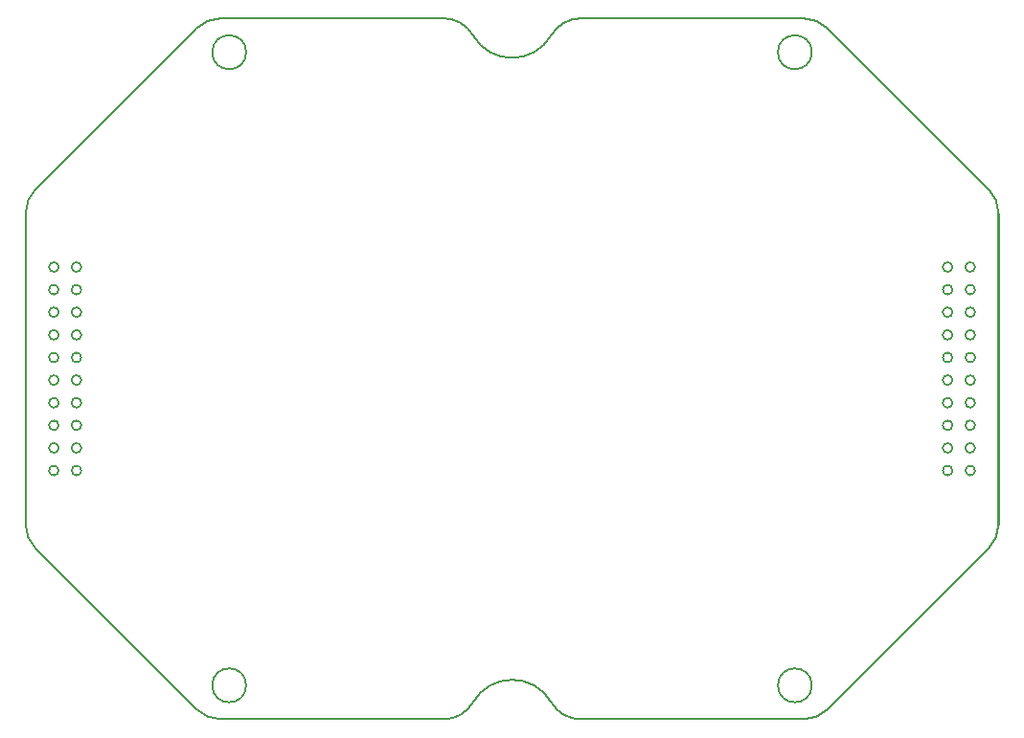
<source format=gm1>
G04*
G04 #@! TF.GenerationSoftware,Altium Limited,Altium Designer,22.1.2 (22)*
G04*
G04 Layer_Color=16711935*
%FSAX42Y42*%
%MOMM*%
G71*
G04*
G04 #@! TF.SameCoordinates,034806BB-B1BB-4671-9D6B-E9DA0DB7271A*
G04*
G04*
G04 #@! TF.FilePolarity,Positive*
G04*
G01*
G75*
%ADD13C,0.20*%
D13*
X008681Y004486D02*
G03*
X008593Y004698I-000300J-000000D01*
G01*
X004035Y006060D02*
G03*
X004727Y006060I000346J000200D01*
G01*
X004035Y006060D02*
G03*
X003775Y006210I-000260J-000150D01*
G01*
X001805Y006210D02*
G03*
X001593Y006122I000000J-000300D01*
G01*
X000169Y004698D02*
G03*
X000081Y004486I000212J-000212D01*
G01*
Y001734D02*
G03*
X000169Y001522I000300J000000D01*
G01*
X001593Y000098D02*
G03*
X001805Y000010I000212J000212D01*
G01*
X003775D02*
G03*
X004035Y000160I000000J000300D01*
G01*
X004727D02*
G03*
X004035Y000160I-000346J-000200D01*
G01*
X004727D02*
G03*
X004987Y000010I000260J000150D01*
G01*
X006957D02*
G03*
X007169Y000098I-000000J000300D01*
G01*
X008593Y001522D02*
G03*
X008681Y001734I-000212J000212D01*
G01*
X007169Y006122D02*
G03*
X006957Y006210I-000212J-000212D01*
G01*
X004987Y006210D02*
G03*
X004727Y006060I000000J-000300D01*
G01*
X008274Y004010D02*
G03*
X008274Y004010I-000043J000000D01*
G01*
X008474D02*
G03*
X008474Y004010I-000043J000000D01*
G01*
X008274Y003610D02*
G03*
X008274Y003610I-000043J000000D01*
G01*
X008474Y003810D02*
G03*
X008474Y003810I-000043J000000D01*
G01*
X008274D02*
G03*
X008274Y003810I-000043J000000D01*
G01*
X008474Y003610D02*
G03*
X008474Y003610I-000043J000000D01*
G01*
X008274Y003210D02*
G03*
X008274Y003210I-000043J000000D01*
G01*
X008474Y003410D02*
G03*
X008474Y003410I-000043J000000D01*
G01*
X008274D02*
G03*
X008274Y003410I-000043J000000D01*
G01*
X008474Y003210D02*
G03*
X008474Y003210I-000043J000000D01*
G01*
X008274Y002210D02*
G03*
X008274Y002210I-000043J000000D01*
G01*
X008474D02*
G03*
X008474Y002210I-000043J000000D01*
G01*
X008274Y002410D02*
G03*
X008274Y002410I-000043J000000D01*
G01*
X008474D02*
G03*
X008474Y002410I-000043J000000D01*
G01*
Y002610D02*
G03*
X008474Y002610I-000043J000000D01*
G01*
Y002810D02*
G03*
X008474Y002810I-000043J000000D01*
G01*
X008274Y003010D02*
G03*
X008274Y003010I-000043J000000D01*
G01*
X008474D02*
G03*
X008474Y003010I-000043J000000D01*
G01*
X008274Y002610D02*
G03*
X008274Y002610I-000043J000000D01*
G01*
Y002810D02*
G03*
X008274Y002810I-000043J000000D01*
G01*
X002031Y000310D02*
G03*
X002031Y000310I-000150J000000D01*
G01*
X007031D02*
G03*
X007031Y000310I-000150J000000D01*
G01*
Y005910D02*
G03*
X007031Y005910I-000150J000000D01*
G01*
X002031D02*
G03*
X002031Y005910I-000150J000000D01*
G01*
X000574Y002810D02*
G03*
X000574Y002810I-000043J000000D01*
G01*
Y002610D02*
G03*
X000574Y002610I-000043J000000D01*
G01*
X000374Y003010D02*
G03*
X000374Y003010I-000043J000000D01*
G01*
X000574D02*
G03*
X000574Y003010I-000043J000000D01*
G01*
X000374Y002810D02*
G03*
X000374Y002810I-000043J000000D01*
G01*
Y002610D02*
G03*
X000374Y002610I-000043J000000D01*
G01*
Y002410D02*
G03*
X000374Y002410I-000043J000000D01*
G01*
X000574D02*
G03*
X000574Y002410I-000043J000000D01*
G01*
X000374Y002210D02*
G03*
X000374Y002210I-000043J000000D01*
G01*
X000574D02*
G03*
X000574Y002210I-000043J000000D01*
G01*
X000374Y003210D02*
G03*
X000374Y003210I-000043J000000D01*
G01*
X000574Y003410D02*
G03*
X000574Y003410I-000043J000000D01*
G01*
X000374D02*
G03*
X000374Y003410I-000043J000000D01*
G01*
X000574Y003210D02*
G03*
X000574Y003210I-000043J000000D01*
G01*
X000374Y003610D02*
G03*
X000374Y003610I-000043J000000D01*
G01*
X000574Y003810D02*
G03*
X000574Y003810I-000043J000000D01*
G01*
X000374D02*
G03*
X000374Y003810I-000043J000000D01*
G01*
X000574Y003610D02*
G03*
X000574Y003610I-000043J000000D01*
G01*
X000374Y004010D02*
G03*
X000374Y004010I-000043J000000D01*
G01*
X000574D02*
G03*
X000574Y004010I-000043J000000D01*
G01*
X004036Y006060D02*
G03*
X003776Y006210I-000260J-000150D01*
G01*
X008682Y004486D02*
G03*
X008594Y004698I-000300J-000000D01*
G01*
X004036Y006060D02*
G03*
X004729Y006060I000346J000200D01*
G01*
X001807Y006210D02*
G03*
X001594Y006122I000000J-000300D01*
G01*
X000170Y004698D02*
G03*
X000082Y004486I000212J-000212D01*
G01*
Y001734D02*
G03*
X000170Y001522I000300J000000D01*
G01*
X001594Y000098D02*
G03*
X001807Y000010I000212J000212D01*
G01*
X003776D02*
G03*
X004036Y000160I000000J000300D01*
G01*
X004729D02*
G03*
X004036Y000160I-000346J-000200D01*
G01*
X004729D02*
G03*
X004989Y000010I000260J000150D01*
G01*
X006958D02*
G03*
X007170Y000098I-000000J000300D01*
G01*
X008594Y001522D02*
G03*
X008682Y001734I-000212J000212D01*
G01*
X007170Y006122D02*
G03*
X006958Y006210I-000212J-000212D01*
G01*
X004989D02*
G03*
X004729Y006060I000000J-000300D01*
G01*
X008681Y001734D02*
Y004486D01*
X007169Y006122D02*
X008593Y004698D01*
X001805Y006210D02*
X003775D01*
X000169Y004698D02*
X001593Y006122D01*
X000081Y001734D02*
Y004486D01*
X000169Y001522D02*
X001593Y000098D01*
X001805Y000010D02*
X003775D01*
X004987D02*
X006957D01*
X007169Y000098D02*
X008593Y001522D01*
X004987Y006210D02*
X006957D01*
X008682Y001734D02*
Y004486D01*
X007170Y006122D02*
X008594Y004698D01*
X001807Y006210D02*
X003776D01*
X000170Y004698D02*
X001594Y006122D01*
X000082Y001734D02*
Y004486D01*
X000170Y001522D02*
X001594Y000098D01*
X001807Y000010D02*
X003776D01*
X004989D02*
X006958D01*
X007170Y000098D02*
X008594Y001522D01*
X004989Y006210D02*
X006958D01*
M02*

</source>
